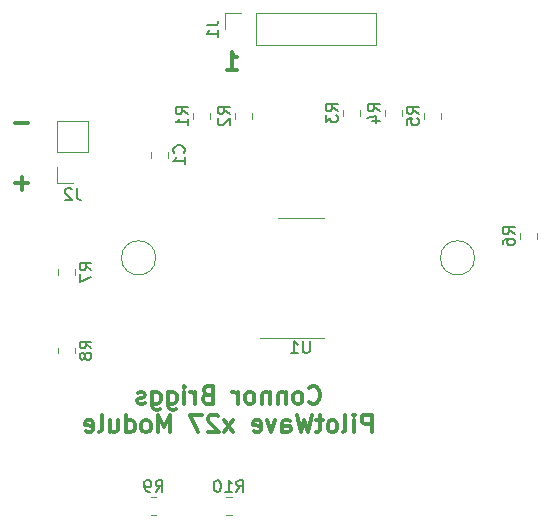
<source format=gbr>
%TF.GenerationSoftware,KiCad,Pcbnew,6.0.11+dfsg-1*%
%TF.CreationDate,2023-12-17T01:10:28-05:00*%
%TF.ProjectId,x27_controller,7832375f-636f-46e7-9472-6f6c6c65722e,rev?*%
%TF.SameCoordinates,Original*%
%TF.FileFunction,Legend,Bot*%
%TF.FilePolarity,Positive*%
%FSLAX46Y46*%
G04 Gerber Fmt 4.6, Leading zero omitted, Abs format (unit mm)*
G04 Created by KiCad (PCBNEW 6.0.11+dfsg-1) date 2023-12-17 01:10:28*
%MOMM*%
%LPD*%
G01*
G04 APERTURE LIST*
%ADD10C,0.300000*%
%ADD11C,0.150000*%
%ADD12C,0.120000*%
G04 APERTURE END LIST*
D10*
X118951428Y-59098571D02*
X119808571Y-59098571D01*
X119380000Y-59098571D02*
X119380000Y-57598571D01*
X119522857Y-57812857D01*
X119665714Y-57955714D01*
X119808571Y-58027142D01*
X102171428Y-63607142D02*
X101028571Y-63607142D01*
X102171428Y-68687142D02*
X101028571Y-68687142D01*
X101600000Y-69258571D02*
X101600000Y-68115714D01*
X125947428Y-87212214D02*
X126018857Y-87283642D01*
X126233142Y-87355071D01*
X126376000Y-87355071D01*
X126590285Y-87283642D01*
X126733142Y-87140785D01*
X126804571Y-86997928D01*
X126876000Y-86712214D01*
X126876000Y-86497928D01*
X126804571Y-86212214D01*
X126733142Y-86069357D01*
X126590285Y-85926500D01*
X126376000Y-85855071D01*
X126233142Y-85855071D01*
X126018857Y-85926500D01*
X125947428Y-85997928D01*
X125090285Y-87355071D02*
X125233142Y-87283642D01*
X125304571Y-87212214D01*
X125376000Y-87069357D01*
X125376000Y-86640785D01*
X125304571Y-86497928D01*
X125233142Y-86426500D01*
X125090285Y-86355071D01*
X124876000Y-86355071D01*
X124733142Y-86426500D01*
X124661714Y-86497928D01*
X124590285Y-86640785D01*
X124590285Y-87069357D01*
X124661714Y-87212214D01*
X124733142Y-87283642D01*
X124876000Y-87355071D01*
X125090285Y-87355071D01*
X123947428Y-86355071D02*
X123947428Y-87355071D01*
X123947428Y-86497928D02*
X123876000Y-86426500D01*
X123733142Y-86355071D01*
X123518857Y-86355071D01*
X123376000Y-86426500D01*
X123304571Y-86569357D01*
X123304571Y-87355071D01*
X122590285Y-86355071D02*
X122590285Y-87355071D01*
X122590285Y-86497928D02*
X122518857Y-86426500D01*
X122376000Y-86355071D01*
X122161714Y-86355071D01*
X122018857Y-86426500D01*
X121947428Y-86569357D01*
X121947428Y-87355071D01*
X121018857Y-87355071D02*
X121161714Y-87283642D01*
X121233142Y-87212214D01*
X121304571Y-87069357D01*
X121304571Y-86640785D01*
X121233142Y-86497928D01*
X121161714Y-86426500D01*
X121018857Y-86355071D01*
X120804571Y-86355071D01*
X120661714Y-86426500D01*
X120590285Y-86497928D01*
X120518857Y-86640785D01*
X120518857Y-87069357D01*
X120590285Y-87212214D01*
X120661714Y-87283642D01*
X120804571Y-87355071D01*
X121018857Y-87355071D01*
X119876000Y-87355071D02*
X119876000Y-86355071D01*
X119876000Y-86640785D02*
X119804571Y-86497928D01*
X119733142Y-86426500D01*
X119590285Y-86355071D01*
X119447428Y-86355071D01*
X117304571Y-86569357D02*
X117090285Y-86640785D01*
X117018857Y-86712214D01*
X116947428Y-86855071D01*
X116947428Y-87069357D01*
X117018857Y-87212214D01*
X117090285Y-87283642D01*
X117233142Y-87355071D01*
X117804571Y-87355071D01*
X117804571Y-85855071D01*
X117304571Y-85855071D01*
X117161714Y-85926500D01*
X117090285Y-85997928D01*
X117018857Y-86140785D01*
X117018857Y-86283642D01*
X117090285Y-86426500D01*
X117161714Y-86497928D01*
X117304571Y-86569357D01*
X117804571Y-86569357D01*
X116304571Y-87355071D02*
X116304571Y-86355071D01*
X116304571Y-86640785D02*
X116233142Y-86497928D01*
X116161714Y-86426500D01*
X116018857Y-86355071D01*
X115876000Y-86355071D01*
X115376000Y-87355071D02*
X115376000Y-86355071D01*
X115376000Y-85855071D02*
X115447428Y-85926500D01*
X115376000Y-85997928D01*
X115304571Y-85926500D01*
X115376000Y-85855071D01*
X115376000Y-85997928D01*
X114018857Y-86355071D02*
X114018857Y-87569357D01*
X114090285Y-87712214D01*
X114161714Y-87783642D01*
X114304571Y-87855071D01*
X114518857Y-87855071D01*
X114661714Y-87783642D01*
X114018857Y-87283642D02*
X114161714Y-87355071D01*
X114447428Y-87355071D01*
X114590285Y-87283642D01*
X114661714Y-87212214D01*
X114733142Y-87069357D01*
X114733142Y-86640785D01*
X114661714Y-86497928D01*
X114590285Y-86426500D01*
X114447428Y-86355071D01*
X114161714Y-86355071D01*
X114018857Y-86426500D01*
X112661714Y-86355071D02*
X112661714Y-87569357D01*
X112733142Y-87712214D01*
X112804571Y-87783642D01*
X112947428Y-87855071D01*
X113161714Y-87855071D01*
X113304571Y-87783642D01*
X112661714Y-87283642D02*
X112804571Y-87355071D01*
X113090285Y-87355071D01*
X113233142Y-87283642D01*
X113304571Y-87212214D01*
X113376000Y-87069357D01*
X113376000Y-86640785D01*
X113304571Y-86497928D01*
X113233142Y-86426500D01*
X113090285Y-86355071D01*
X112804571Y-86355071D01*
X112661714Y-86426500D01*
X112018857Y-87283642D02*
X111876000Y-87355071D01*
X111590285Y-87355071D01*
X111447428Y-87283642D01*
X111376000Y-87140785D01*
X111376000Y-87069357D01*
X111447428Y-86926500D01*
X111590285Y-86855071D01*
X111804571Y-86855071D01*
X111947428Y-86783642D01*
X112018857Y-86640785D01*
X112018857Y-86569357D01*
X111947428Y-86426500D01*
X111804571Y-86355071D01*
X111590285Y-86355071D01*
X111447428Y-86426500D01*
X131233142Y-89770071D02*
X131233142Y-88270071D01*
X130661714Y-88270071D01*
X130518857Y-88341500D01*
X130447428Y-88412928D01*
X130376000Y-88555785D01*
X130376000Y-88770071D01*
X130447428Y-88912928D01*
X130518857Y-88984357D01*
X130661714Y-89055785D01*
X131233142Y-89055785D01*
X129733142Y-89770071D02*
X129733142Y-88770071D01*
X129733142Y-88270071D02*
X129804571Y-88341500D01*
X129733142Y-88412928D01*
X129661714Y-88341500D01*
X129733142Y-88270071D01*
X129733142Y-88412928D01*
X128804571Y-89770071D02*
X128947428Y-89698642D01*
X129018857Y-89555785D01*
X129018857Y-88270071D01*
X128018857Y-89770071D02*
X128161714Y-89698642D01*
X128233142Y-89627214D01*
X128304571Y-89484357D01*
X128304571Y-89055785D01*
X128233142Y-88912928D01*
X128161714Y-88841500D01*
X128018857Y-88770071D01*
X127804571Y-88770071D01*
X127661714Y-88841500D01*
X127590285Y-88912928D01*
X127518857Y-89055785D01*
X127518857Y-89484357D01*
X127590285Y-89627214D01*
X127661714Y-89698642D01*
X127804571Y-89770071D01*
X128018857Y-89770071D01*
X127090285Y-88770071D02*
X126518857Y-88770071D01*
X126876000Y-88270071D02*
X126876000Y-89555785D01*
X126804571Y-89698642D01*
X126661714Y-89770071D01*
X126518857Y-89770071D01*
X126161714Y-88270071D02*
X125804571Y-89770071D01*
X125518857Y-88698642D01*
X125233142Y-89770071D01*
X124876000Y-88270071D01*
X123661714Y-89770071D02*
X123661714Y-88984357D01*
X123733142Y-88841500D01*
X123876000Y-88770071D01*
X124161714Y-88770071D01*
X124304571Y-88841500D01*
X123661714Y-89698642D02*
X123804571Y-89770071D01*
X124161714Y-89770071D01*
X124304571Y-89698642D01*
X124376000Y-89555785D01*
X124376000Y-89412928D01*
X124304571Y-89270071D01*
X124161714Y-89198642D01*
X123804571Y-89198642D01*
X123661714Y-89127214D01*
X123090285Y-88770071D02*
X122733142Y-89770071D01*
X122376000Y-88770071D01*
X121233142Y-89698642D02*
X121376000Y-89770071D01*
X121661714Y-89770071D01*
X121804571Y-89698642D01*
X121876000Y-89555785D01*
X121876000Y-88984357D01*
X121804571Y-88841500D01*
X121661714Y-88770071D01*
X121376000Y-88770071D01*
X121233142Y-88841500D01*
X121161714Y-88984357D01*
X121161714Y-89127214D01*
X121876000Y-89270071D01*
X119518857Y-89770071D02*
X118733142Y-88770071D01*
X119518857Y-88770071D02*
X118733142Y-89770071D01*
X118233142Y-88412928D02*
X118161714Y-88341500D01*
X118018857Y-88270071D01*
X117661714Y-88270071D01*
X117518857Y-88341500D01*
X117447428Y-88412928D01*
X117376000Y-88555785D01*
X117376000Y-88698642D01*
X117447428Y-88912928D01*
X118304571Y-89770071D01*
X117376000Y-89770071D01*
X116876000Y-88270071D02*
X115876000Y-88270071D01*
X116518857Y-89770071D01*
X114161714Y-89770071D02*
X114161714Y-88270071D01*
X113661714Y-89341500D01*
X113161714Y-88270071D01*
X113161714Y-89770071D01*
X112233142Y-89770071D02*
X112376000Y-89698642D01*
X112447428Y-89627214D01*
X112518857Y-89484357D01*
X112518857Y-89055785D01*
X112447428Y-88912928D01*
X112376000Y-88841500D01*
X112233142Y-88770071D01*
X112018857Y-88770071D01*
X111876000Y-88841500D01*
X111804571Y-88912928D01*
X111733142Y-89055785D01*
X111733142Y-89484357D01*
X111804571Y-89627214D01*
X111876000Y-89698642D01*
X112018857Y-89770071D01*
X112233142Y-89770071D01*
X110447428Y-89770071D02*
X110447428Y-88270071D01*
X110447428Y-89698642D02*
X110590285Y-89770071D01*
X110876000Y-89770071D01*
X111018857Y-89698642D01*
X111090285Y-89627214D01*
X111161714Y-89484357D01*
X111161714Y-89055785D01*
X111090285Y-88912928D01*
X111018857Y-88841500D01*
X110876000Y-88770071D01*
X110590285Y-88770071D01*
X110447428Y-88841500D01*
X109090285Y-88770071D02*
X109090285Y-89770071D01*
X109733142Y-88770071D02*
X109733142Y-89555785D01*
X109661714Y-89698642D01*
X109518857Y-89770071D01*
X109304571Y-89770071D01*
X109161714Y-89698642D01*
X109090285Y-89627214D01*
X108161714Y-89770071D02*
X108304571Y-89698642D01*
X108376000Y-89555785D01*
X108376000Y-88270071D01*
X107018857Y-89698642D02*
X107161714Y-89770071D01*
X107447428Y-89770071D01*
X107590285Y-89698642D01*
X107661714Y-89555785D01*
X107661714Y-88984357D01*
X107590285Y-88841500D01*
X107447428Y-88770071D01*
X107161714Y-88770071D01*
X107018857Y-88841500D01*
X106947428Y-88984357D01*
X106947428Y-89127214D01*
X107661714Y-89270071D01*
D11*
%TO.C,J2*%
X106251333Y-69092380D02*
X106251333Y-69806666D01*
X106298952Y-69949523D01*
X106394190Y-70044761D01*
X106537047Y-70092380D01*
X106632285Y-70092380D01*
X105822761Y-69187619D02*
X105775142Y-69140000D01*
X105679904Y-69092380D01*
X105441809Y-69092380D01*
X105346571Y-69140000D01*
X105298952Y-69187619D01*
X105251333Y-69282857D01*
X105251333Y-69378095D01*
X105298952Y-69520952D01*
X105870380Y-70092380D01*
X105251333Y-70092380D01*
%TO.C,J1*%
X117264380Y-55292666D02*
X117978666Y-55292666D01*
X118121523Y-55245047D01*
X118216761Y-55149809D01*
X118264380Y-55006952D01*
X118264380Y-54911714D01*
X118264380Y-56292666D02*
X118264380Y-55721238D01*
X118264380Y-56006952D02*
X117264380Y-56006952D01*
X117407238Y-55911714D01*
X117502476Y-55816476D01*
X117550095Y-55721238D01*
%TO.C,C1*%
X115321142Y-66105833D02*
X115368761Y-66058214D01*
X115416380Y-65915357D01*
X115416380Y-65820119D01*
X115368761Y-65677261D01*
X115273523Y-65582023D01*
X115178285Y-65534404D01*
X114987809Y-65486785D01*
X114844952Y-65486785D01*
X114654476Y-65534404D01*
X114559238Y-65582023D01*
X114464000Y-65677261D01*
X114416380Y-65820119D01*
X114416380Y-65915357D01*
X114464000Y-66058214D01*
X114511619Y-66105833D01*
X115416380Y-67058214D02*
X115416380Y-66486785D01*
X115416380Y-66772500D02*
X114416380Y-66772500D01*
X114559238Y-66677261D01*
X114654476Y-66582023D01*
X114702095Y-66486785D01*
%TO.C,R1*%
X115642380Y-62825333D02*
X115166190Y-62492000D01*
X115642380Y-62253904D02*
X114642380Y-62253904D01*
X114642380Y-62634857D01*
X114690000Y-62730095D01*
X114737619Y-62777714D01*
X114832857Y-62825333D01*
X114975714Y-62825333D01*
X115070952Y-62777714D01*
X115118571Y-62730095D01*
X115166190Y-62634857D01*
X115166190Y-62253904D01*
X115642380Y-63777714D02*
X115642380Y-63206285D01*
X115642380Y-63492000D02*
X114642380Y-63492000D01*
X114785238Y-63396761D01*
X114880476Y-63301523D01*
X114928095Y-63206285D01*
%TO.C,R2*%
X119198380Y-62809333D02*
X118722190Y-62476000D01*
X119198380Y-62237904D02*
X118198380Y-62237904D01*
X118198380Y-62618857D01*
X118246000Y-62714095D01*
X118293619Y-62761714D01*
X118388857Y-62809333D01*
X118531714Y-62809333D01*
X118626952Y-62761714D01*
X118674571Y-62714095D01*
X118722190Y-62618857D01*
X118722190Y-62237904D01*
X118293619Y-63190285D02*
X118246000Y-63237904D01*
X118198380Y-63333142D01*
X118198380Y-63571238D01*
X118246000Y-63666476D01*
X118293619Y-63714095D01*
X118388857Y-63761714D01*
X118484095Y-63761714D01*
X118626952Y-63714095D01*
X119198380Y-63142666D01*
X119198380Y-63761714D01*
%TO.C,R3*%
X128342380Y-62571333D02*
X127866190Y-62238000D01*
X128342380Y-61999904D02*
X127342380Y-61999904D01*
X127342380Y-62380857D01*
X127390000Y-62476095D01*
X127437619Y-62523714D01*
X127532857Y-62571333D01*
X127675714Y-62571333D01*
X127770952Y-62523714D01*
X127818571Y-62476095D01*
X127866190Y-62380857D01*
X127866190Y-61999904D01*
X127342380Y-62904666D02*
X127342380Y-63523714D01*
X127723333Y-63190380D01*
X127723333Y-63333238D01*
X127770952Y-63428476D01*
X127818571Y-63476095D01*
X127913809Y-63523714D01*
X128151904Y-63523714D01*
X128247142Y-63476095D01*
X128294761Y-63428476D01*
X128342380Y-63333238D01*
X128342380Y-63047523D01*
X128294761Y-62952285D01*
X128247142Y-62904666D01*
%TO.C,R4*%
X131898380Y-62571333D02*
X131422190Y-62238000D01*
X131898380Y-61999904D02*
X130898380Y-61999904D01*
X130898380Y-62380857D01*
X130946000Y-62476095D01*
X130993619Y-62523714D01*
X131088857Y-62571333D01*
X131231714Y-62571333D01*
X131326952Y-62523714D01*
X131374571Y-62476095D01*
X131422190Y-62380857D01*
X131422190Y-61999904D01*
X131231714Y-63428476D02*
X131898380Y-63428476D01*
X130850761Y-63190380D02*
X131565047Y-62952285D01*
X131565047Y-63571333D01*
%TO.C,R5*%
X135200380Y-62809333D02*
X134724190Y-62476000D01*
X135200380Y-62237904D02*
X134200380Y-62237904D01*
X134200380Y-62618857D01*
X134248000Y-62714095D01*
X134295619Y-62761714D01*
X134390857Y-62809333D01*
X134533714Y-62809333D01*
X134628952Y-62761714D01*
X134676571Y-62714095D01*
X134724190Y-62618857D01*
X134724190Y-62237904D01*
X134200380Y-63714095D02*
X134200380Y-63237904D01*
X134676571Y-63190285D01*
X134628952Y-63237904D01*
X134581333Y-63333142D01*
X134581333Y-63571238D01*
X134628952Y-63666476D01*
X134676571Y-63714095D01*
X134771809Y-63761714D01*
X135009904Y-63761714D01*
X135105142Y-63714095D01*
X135152761Y-63666476D01*
X135200380Y-63571238D01*
X135200380Y-63333142D01*
X135152761Y-63237904D01*
X135105142Y-63190285D01*
%TO.C,R6*%
X143328380Y-72985333D02*
X142852190Y-72652000D01*
X143328380Y-72413904D02*
X142328380Y-72413904D01*
X142328380Y-72794857D01*
X142376000Y-72890095D01*
X142423619Y-72937714D01*
X142518857Y-72985333D01*
X142661714Y-72985333D01*
X142756952Y-72937714D01*
X142804571Y-72890095D01*
X142852190Y-72794857D01*
X142852190Y-72413904D01*
X142328380Y-73842476D02*
X142328380Y-73652000D01*
X142376000Y-73556761D01*
X142423619Y-73509142D01*
X142566476Y-73413904D01*
X142756952Y-73366285D01*
X143137904Y-73366285D01*
X143233142Y-73413904D01*
X143280761Y-73461523D01*
X143328380Y-73556761D01*
X143328380Y-73747238D01*
X143280761Y-73842476D01*
X143233142Y-73890095D01*
X143137904Y-73937714D01*
X142899809Y-73937714D01*
X142804571Y-73890095D01*
X142756952Y-73842476D01*
X142709333Y-73747238D01*
X142709333Y-73556761D01*
X142756952Y-73461523D01*
X142804571Y-73413904D01*
X142899809Y-73366285D01*
%TO.C,R7*%
X107512380Y-76033333D02*
X107036190Y-75700000D01*
X107512380Y-75461904D02*
X106512380Y-75461904D01*
X106512380Y-75842857D01*
X106560000Y-75938095D01*
X106607619Y-75985714D01*
X106702857Y-76033333D01*
X106845714Y-76033333D01*
X106940952Y-75985714D01*
X106988571Y-75938095D01*
X107036190Y-75842857D01*
X107036190Y-75461904D01*
X106512380Y-76366666D02*
X106512380Y-77033333D01*
X107512380Y-76604761D01*
%TO.C,R8*%
X107512380Y-82653333D02*
X107036190Y-82320000D01*
X107512380Y-82081904D02*
X106512380Y-82081904D01*
X106512380Y-82462857D01*
X106560000Y-82558095D01*
X106607619Y-82605714D01*
X106702857Y-82653333D01*
X106845714Y-82653333D01*
X106940952Y-82605714D01*
X106988571Y-82558095D01*
X107036190Y-82462857D01*
X107036190Y-82081904D01*
X106940952Y-83224761D02*
X106893333Y-83129523D01*
X106845714Y-83081904D01*
X106750476Y-83034285D01*
X106702857Y-83034285D01*
X106607619Y-83081904D01*
X106560000Y-83129523D01*
X106512380Y-83224761D01*
X106512380Y-83415238D01*
X106560000Y-83510476D01*
X106607619Y-83558095D01*
X106702857Y-83605714D01*
X106750476Y-83605714D01*
X106845714Y-83558095D01*
X106893333Y-83510476D01*
X106940952Y-83415238D01*
X106940952Y-83224761D01*
X106988571Y-83129523D01*
X107036190Y-83081904D01*
X107131428Y-83034285D01*
X107321904Y-83034285D01*
X107417142Y-83081904D01*
X107464761Y-83129523D01*
X107512380Y-83224761D01*
X107512380Y-83415238D01*
X107464761Y-83510476D01*
X107417142Y-83558095D01*
X107321904Y-83605714D01*
X107131428Y-83605714D01*
X107036190Y-83558095D01*
X106988571Y-83510476D01*
X106940952Y-83415238D01*
%TO.C,R9*%
X112942666Y-94814380D02*
X113276000Y-94338190D01*
X113514095Y-94814380D02*
X113514095Y-93814380D01*
X113133142Y-93814380D01*
X113037904Y-93862000D01*
X112990285Y-93909619D01*
X112942666Y-94004857D01*
X112942666Y-94147714D01*
X112990285Y-94242952D01*
X113037904Y-94290571D01*
X113133142Y-94338190D01*
X113514095Y-94338190D01*
X112466476Y-94814380D02*
X112276000Y-94814380D01*
X112180761Y-94766761D01*
X112133142Y-94719142D01*
X112037904Y-94576285D01*
X111990285Y-94385809D01*
X111990285Y-94004857D01*
X112037904Y-93909619D01*
X112085523Y-93862000D01*
X112180761Y-93814380D01*
X112371238Y-93814380D01*
X112466476Y-93862000D01*
X112514095Y-93909619D01*
X112561714Y-94004857D01*
X112561714Y-94242952D01*
X112514095Y-94338190D01*
X112466476Y-94385809D01*
X112371238Y-94433428D01*
X112180761Y-94433428D01*
X112085523Y-94385809D01*
X112037904Y-94338190D01*
X111990285Y-94242952D01*
%TO.C,R10*%
X119784857Y-94814380D02*
X120118190Y-94338190D01*
X120356285Y-94814380D02*
X120356285Y-93814380D01*
X119975333Y-93814380D01*
X119880095Y-93862000D01*
X119832476Y-93909619D01*
X119784857Y-94004857D01*
X119784857Y-94147714D01*
X119832476Y-94242952D01*
X119880095Y-94290571D01*
X119975333Y-94338190D01*
X120356285Y-94338190D01*
X118832476Y-94814380D02*
X119403904Y-94814380D01*
X119118190Y-94814380D02*
X119118190Y-93814380D01*
X119213428Y-93957238D01*
X119308666Y-94052476D01*
X119403904Y-94100095D01*
X118213428Y-93814380D02*
X118118190Y-93814380D01*
X118022952Y-93862000D01*
X117975333Y-93909619D01*
X117927714Y-94004857D01*
X117880095Y-94195333D01*
X117880095Y-94433428D01*
X117927714Y-94623904D01*
X117975333Y-94719142D01*
X118022952Y-94766761D01*
X118118190Y-94814380D01*
X118213428Y-94814380D01*
X118308666Y-94766761D01*
X118356285Y-94719142D01*
X118403904Y-94623904D01*
X118451523Y-94433428D01*
X118451523Y-94195333D01*
X118403904Y-94004857D01*
X118356285Y-93909619D01*
X118308666Y-93862000D01*
X118213428Y-93814380D01*
%TO.C,U1*%
X125983904Y-82060380D02*
X125983904Y-82869904D01*
X125936285Y-82965142D01*
X125888666Y-83012761D01*
X125793428Y-83060380D01*
X125602952Y-83060380D01*
X125507714Y-83012761D01*
X125460095Y-82965142D01*
X125412476Y-82869904D01*
X125412476Y-82060380D01*
X124412476Y-83060380D02*
X124983904Y-83060380D01*
X124698190Y-83060380D02*
X124698190Y-82060380D01*
X124793428Y-82203238D01*
X124888666Y-82298476D01*
X124983904Y-82346095D01*
D12*
%TO.C,J2*%
X104588000Y-67310000D02*
X104588000Y-68640000D01*
X104588000Y-63440000D02*
X107248000Y-63440000D01*
X104588000Y-66040000D02*
X104588000Y-63440000D01*
X104588000Y-66040000D02*
X107248000Y-66040000D01*
X104588000Y-68640000D02*
X105918000Y-68640000D01*
X107248000Y-66040000D02*
X107248000Y-63440000D01*
%TO.C,J1*%
X121412000Y-56956000D02*
X131632000Y-56956000D01*
X118812000Y-54296000D02*
X118812000Y-55626000D01*
X121412000Y-54296000D02*
X131632000Y-54296000D01*
X131632000Y-54296000D02*
X131632000Y-56956000D01*
X121412000Y-54296000D02*
X121412000Y-56956000D01*
X120142000Y-54296000D02*
X118812000Y-54296000D01*
%TO.C,M1*%
X139950000Y-75000000D02*
G75*
G03*
X139950000Y-75000000I-1450000J0D01*
G01*
X112950000Y-75000000D02*
G75*
G03*
X112950000Y-75000000I-1450000J0D01*
G01*
%TO.C,C1*%
X112549000Y-66533752D02*
X112549000Y-66011248D01*
X114019000Y-66533752D02*
X114019000Y-66011248D01*
%TO.C,R1*%
X117575000Y-62764936D02*
X117575000Y-63219064D01*
X116105000Y-62764936D02*
X116105000Y-63219064D01*
%TO.C,R2*%
X119661000Y-62748936D02*
X119661000Y-63203064D01*
X121131000Y-62748936D02*
X121131000Y-63203064D01*
%TO.C,R3*%
X130275000Y-62510936D02*
X130275000Y-62965064D01*
X128805000Y-62510936D02*
X128805000Y-62965064D01*
%TO.C,R4*%
X133831000Y-62510936D02*
X133831000Y-62965064D01*
X132361000Y-62510936D02*
X132361000Y-62965064D01*
%TO.C,R5*%
X137133000Y-62748936D02*
X137133000Y-63203064D01*
X135663000Y-62748936D02*
X135663000Y-63203064D01*
%TO.C,R6*%
X145261000Y-72924936D02*
X145261000Y-73379064D01*
X143791000Y-72924936D02*
X143791000Y-73379064D01*
%TO.C,R7*%
X104675000Y-76427064D02*
X104675000Y-75972936D01*
X106145000Y-76427064D02*
X106145000Y-75972936D01*
%TO.C,R8*%
X104675000Y-83047064D02*
X104675000Y-82592936D01*
X106145000Y-83047064D02*
X106145000Y-82592936D01*
%TO.C,R9*%
X113003064Y-96747000D02*
X112548936Y-96747000D01*
X113003064Y-95277000D02*
X112548936Y-95277000D01*
%TO.C,R10*%
X119369064Y-95277000D02*
X118914936Y-95277000D01*
X119369064Y-96747000D02*
X118914936Y-96747000D01*
%TO.C,U1*%
X125222000Y-71648000D02*
X127172000Y-71648000D01*
X125222000Y-71648000D02*
X123272000Y-71648000D01*
X125222000Y-81768000D02*
X127172000Y-81768000D01*
X125222000Y-81768000D02*
X121772000Y-81768000D01*
%TD*%
M02*

</source>
